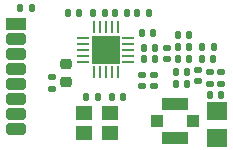
<source format=gbr>
%TF.GenerationSoftware,KiCad,Pcbnew,6.0.11-2627ca5db0~126~ubuntu22.04.1*%
%TF.CreationDate,2023-09-29T09:09:19+02:00*%
%TF.ProjectId,CC1101_868MHz_UFL_RF_Modul_FUEL4EP,43433131-3031-45f3-9836-384d487a5f55,1.5*%
%TF.SameCoordinates,Original*%
%TF.FileFunction,Soldermask,Top*%
%TF.FilePolarity,Negative*%
%FSLAX46Y46*%
G04 Gerber Fmt 4.6, Leading zero omitted, Abs format (unit mm)*
G04 Created by KiCad (PCBNEW 6.0.11-2627ca5db0~126~ubuntu22.04.1) date 2023-09-29 09:09:19*
%MOMM*%
%LPD*%
G01*
G04 APERTURE LIST*
G04 Aperture macros list*
%AMRoundRect*
0 Rectangle with rounded corners*
0 $1 Rounding radius*
0 $2 $3 $4 $5 $6 $7 $8 $9 X,Y pos of 4 corners*
0 Add a 4 corners polygon primitive as box body*
4,1,4,$2,$3,$4,$5,$6,$7,$8,$9,$2,$3,0*
0 Add four circle primitives for the rounded corners*
1,1,$1+$1,$2,$3*
1,1,$1+$1,$4,$5*
1,1,$1+$1,$6,$7*
1,1,$1+$1,$8,$9*
0 Add four rect primitives between the rounded corners*
20,1,$1+$1,$2,$3,$4,$5,0*
20,1,$1+$1,$4,$5,$6,$7,0*
20,1,$1+$1,$6,$7,$8,$9,0*
20,1,$1+$1,$8,$9,$2,$3,0*%
G04 Aperture macros list end*
%ADD10RoundRect,0.147500X-0.147500X-0.172500X0.147500X-0.172500X0.147500X0.172500X-0.147500X0.172500X0*%
%ADD11RoundRect,0.140000X0.140000X0.170000X-0.140000X0.170000X-0.140000X-0.170000X0.140000X-0.170000X0*%
%ADD12RoundRect,0.147500X0.147500X0.172500X-0.147500X0.172500X-0.147500X-0.172500X0.147500X-0.172500X0*%
%ADD13RoundRect,0.140000X-0.140000X-0.170000X0.140000X-0.170000X0.140000X0.170000X-0.140000X0.170000X0*%
%ADD14RoundRect,0.250000X-0.600000X-0.250000X0.600000X-0.250000X0.600000X0.250000X-0.600000X0.250000X0*%
%ADD15RoundRect,0.147500X-0.172500X0.147500X-0.172500X-0.147500X0.172500X-0.147500X0.172500X0.147500X0*%
%ADD16RoundRect,0.140000X0.170000X-0.140000X0.170000X0.140000X-0.170000X0.140000X-0.170000X-0.140000X0*%
%ADD17R,1.800000X1.500000*%
%ADD18R,1.000000X1.000000*%
%ADD19R,2.200000X1.050000*%
%ADD20RoundRect,0.140000X-0.170000X0.140000X-0.170000X-0.140000X0.170000X-0.140000X0.170000X0.140000X0*%
%ADD21RoundRect,0.135000X0.135000X0.185000X-0.135000X0.185000X-0.135000X-0.185000X0.135000X-0.185000X0*%
%ADD22R,1.400000X1.200000*%
%ADD23RoundRect,0.225000X-0.250000X0.225000X-0.250000X-0.225000X0.250000X-0.225000X0.250000X0.225000X0*%
%ADD24R,1.700000X1.000000*%
%ADD25RoundRect,0.062500X-0.425000X-0.062500X0.425000X-0.062500X0.425000X0.062500X-0.425000X0.062500X0*%
%ADD26RoundRect,0.062500X-0.062500X-0.425000X0.062500X-0.425000X0.062500X0.425000X-0.062500X0.425000X0*%
%ADD27R,2.400000X2.400000*%
G04 APERTURE END LIST*
D10*
%TO.C,L1*%
X11794000Y8892800D03*
X12764000Y8892800D03*
%TD*%
D11*
%TO.C,C14*%
X8478400Y11836400D03*
X7518400Y11836400D03*
%TD*%
D12*
%TO.C,L7*%
X18366600Y4876800D03*
X17396600Y4876800D03*
%TD*%
D10*
%TO.C,L3*%
X14501000Y6858000D03*
X15471000Y6858000D03*
%TD*%
%TO.C,L2*%
X11794000Y7902800D03*
X12764000Y7902800D03*
%TD*%
D11*
%TO.C,C5*%
X17704200Y7925200D03*
X16744200Y7925200D03*
%TD*%
D13*
%TO.C,C3*%
X14506000Y5842000D03*
X15466000Y5842000D03*
%TD*%
D14*
%TO.C,JC5*%
X950000Y5810000D03*
%TD*%
D15*
%TO.C,L6*%
X16408400Y6987400D03*
X16408400Y6017400D03*
%TD*%
D16*
%TO.C,C2*%
X13729000Y7904800D03*
X13729000Y8864800D03*
%TD*%
D17*
%TO.C,JA1*%
X18000000Y3550000D03*
%TD*%
D14*
%TO.C,JC8*%
X950000Y2000000D03*
%TD*%
D16*
%TO.C,C7*%
X18338800Y5819200D03*
X18338800Y6779200D03*
%TD*%
D18*
%TO.C,JA3*%
X15928000Y2667000D03*
X12928000Y2667000D03*
D19*
X14428000Y1192000D03*
X14428000Y4142000D03*
%TD*%
D20*
%TO.C,C16*%
X4013200Y6372800D03*
X4013200Y5412800D03*
%TD*%
D21*
%TO.C,R1*%
X10365200Y11836400D03*
X9345200Y11836400D03*
%TD*%
D16*
%TO.C,C15*%
X11684000Y5616000D03*
X11684000Y6576000D03*
%TD*%
%TO.C,C17*%
X12700000Y5616000D03*
X12700000Y6576000D03*
%TD*%
D17*
%TO.C,JA2*%
X18000000Y1270000D03*
%TD*%
D10*
%TO.C,L4*%
X14695600Y8966600D03*
X15665600Y8966600D03*
%TD*%
D22*
%TO.C,Y1*%
X6723200Y1690000D03*
X8923200Y1690000D03*
X8923200Y3390000D03*
X6723200Y3390000D03*
%TD*%
D23*
%TO.C,C13*%
X5207000Y7506000D03*
X5207000Y5956000D03*
%TD*%
D13*
%TO.C,C10*%
X5393000Y11811000D03*
X6353000Y11811000D03*
%TD*%
%TO.C,C4*%
X14680600Y7899800D03*
X15640600Y7899800D03*
%TD*%
D14*
%TO.C,JC6*%
X950000Y4540000D03*
%TD*%
D10*
%TO.C,FB1*%
X1340000Y12275000D03*
X2310000Y12275000D03*
%TD*%
D11*
%TO.C,C12*%
X12214800Y11811000D03*
X11254800Y11811000D03*
%TD*%
D14*
%TO.C,JC3*%
X950000Y8350000D03*
%TD*%
%TO.C,JC2*%
X950000Y9620000D03*
%TD*%
D24*
%TO.C,JC1*%
X950000Y10890000D03*
%TD*%
D10*
%TO.C,L5*%
X16759200Y8941200D03*
X17729200Y8941200D03*
%TD*%
D13*
%TO.C,C11*%
X11645000Y10125000D03*
X12605000Y10125000D03*
%TD*%
%TO.C,C8*%
X6936800Y4724400D03*
X7896800Y4724400D03*
%TD*%
%TO.C,C1*%
X14680600Y9982600D03*
X15640600Y9982600D03*
%TD*%
D16*
%TO.C,C6*%
X17373600Y5819200D03*
X17373600Y6779200D03*
%TD*%
D11*
%TO.C,C9*%
X10081200Y4724400D03*
X9121200Y4724400D03*
%TD*%
D14*
%TO.C,JC4*%
X950000Y7080000D03*
%TD*%
D25*
%TO.C,U1*%
X6691500Y9702800D03*
X6691500Y9202800D03*
X6691500Y8702800D03*
X6691500Y8202800D03*
X6691500Y7702800D03*
D26*
X7579000Y6815300D03*
X8079000Y6815300D03*
X8579000Y6815300D03*
X9079000Y6815300D03*
X9579000Y6815300D03*
D25*
X10466500Y7702800D03*
X10466500Y8202800D03*
X10466500Y8702800D03*
X10466500Y9202800D03*
X10466500Y9702800D03*
D26*
X9579000Y10590300D03*
X9079000Y10590300D03*
X8579000Y10590300D03*
X8079000Y10590300D03*
X7579000Y10590300D03*
D27*
X8579000Y8702800D03*
%TD*%
D14*
%TO.C,JC7*%
X950000Y3270000D03*
%TD*%
M02*

</source>
